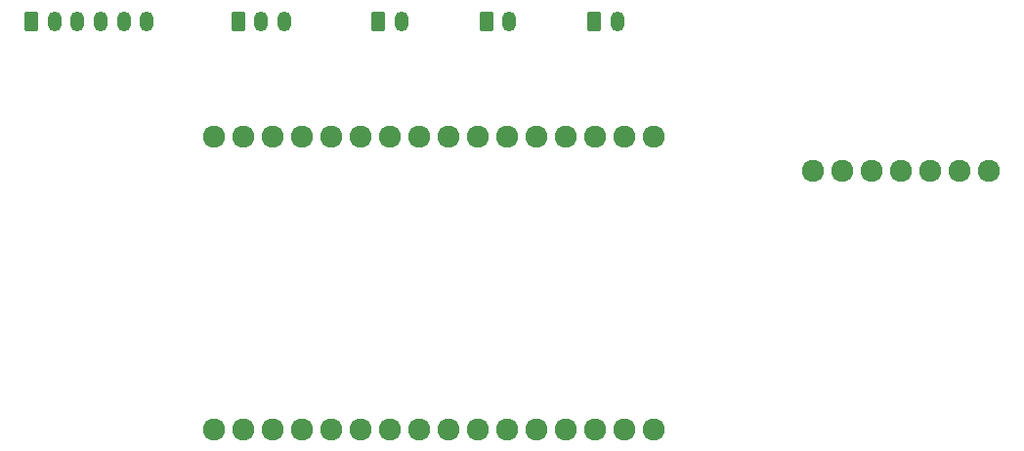
<source format=gts>
%TF.GenerationSoftware,KiCad,Pcbnew,9.0.2*%
%TF.CreationDate,2025-06-13T16:26:22+02:00*%
%TF.ProjectId,musicbox,6d757369-6362-46f7-982e-6b696361645f,rev?*%
%TF.SameCoordinates,Original*%
%TF.FileFunction,Soldermask,Top*%
%TF.FilePolarity,Negative*%
%FSLAX46Y46*%
G04 Gerber Fmt 4.6, Leading zero omitted, Abs format (unit mm)*
G04 Created by KiCad (PCBNEW 9.0.2) date 2025-06-13 16:26:22*
%MOMM*%
%LPD*%
G01*
G04 APERTURE LIST*
G04 Aperture macros list*
%AMRoundRect*
0 Rectangle with rounded corners*
0 $1 Rounding radius*
0 $2 $3 $4 $5 $6 $7 $8 $9 X,Y pos of 4 corners*
0 Add a 4 corners polygon primitive as box body*
4,1,4,$2,$3,$4,$5,$6,$7,$8,$9,$2,$3,0*
0 Add four circle primitives for the rounded corners*
1,1,$1+$1,$2,$3*
1,1,$1+$1,$4,$5*
1,1,$1+$1,$6,$7*
1,1,$1+$1,$8,$9*
0 Add four rect primitives between the rounded corners*
20,1,$1+$1,$2,$3,$4,$5,0*
20,1,$1+$1,$4,$5,$6,$7,0*
20,1,$1+$1,$6,$7,$8,$9,0*
20,1,$1+$1,$8,$9,$2,$3,0*%
G04 Aperture macros list end*
%ADD10RoundRect,0.250000X-0.350000X-0.625000X0.350000X-0.625000X0.350000X0.625000X-0.350000X0.625000X0*%
%ADD11O,1.200000X1.750000*%
%ADD12C,1.920000*%
G04 APERTURE END LIST*
D10*
%TO.C,BT1Con1*%
X127640000Y-38500000D03*
D11*
X129640000Y-38500000D03*
%TD*%
D12*
%TO.C,D32Pro1*%
X151550000Y-48500000D03*
X149010000Y-48500000D03*
X146470000Y-48500000D03*
X143930000Y-48500000D03*
X141390000Y-48500000D03*
X138850000Y-48500000D03*
X136310000Y-48500000D03*
X133770000Y-48500000D03*
X131230000Y-48500000D03*
X128690000Y-48500000D03*
X126150000Y-48500000D03*
X123610000Y-48500000D03*
X121070000Y-48500000D03*
X118530000Y-48500000D03*
X115990000Y-48500000D03*
X113450000Y-48500000D03*
X151550000Y-73900000D03*
X149010000Y-73900000D03*
X146470000Y-73900000D03*
X143930000Y-73900000D03*
X141390000Y-73900000D03*
X138850000Y-73900000D03*
X136310000Y-73900000D03*
X133770000Y-73900000D03*
X131230000Y-73900000D03*
X128690000Y-73900000D03*
X126150000Y-73900000D03*
X123610000Y-73900000D03*
X121070000Y-73900000D03*
X118530000Y-73900000D03*
X115990000Y-73900000D03*
X113450000Y-73900000D03*
%TD*%
%TO.C,AMP1*%
X165285000Y-51510000D03*
X167825000Y-51510000D03*
X170365000Y-51510000D03*
X172905000Y-51510000D03*
X175445000Y-51510000D03*
X177985000Y-51510000D03*
X180525000Y-51510000D03*
%TD*%
D10*
%TO.C,RFIDCon1*%
X97590000Y-38500000D03*
D11*
X99590000Y-38500000D03*
X101590000Y-38500000D03*
X103590000Y-38500000D03*
X105590000Y-38500000D03*
X107590000Y-38500000D03*
%TD*%
D10*
%TO.C,BT3Con1*%
X146350000Y-38500000D03*
D11*
X148350000Y-38500000D03*
%TD*%
D10*
%TO.C,NeoPixelCon1*%
X115510000Y-38500000D03*
D11*
X117510000Y-38500000D03*
X119510000Y-38500000D03*
%TD*%
D10*
%TO.C,BT2Con1*%
X137000000Y-38500000D03*
D11*
X139000000Y-38500000D03*
%TD*%
M02*

</source>
